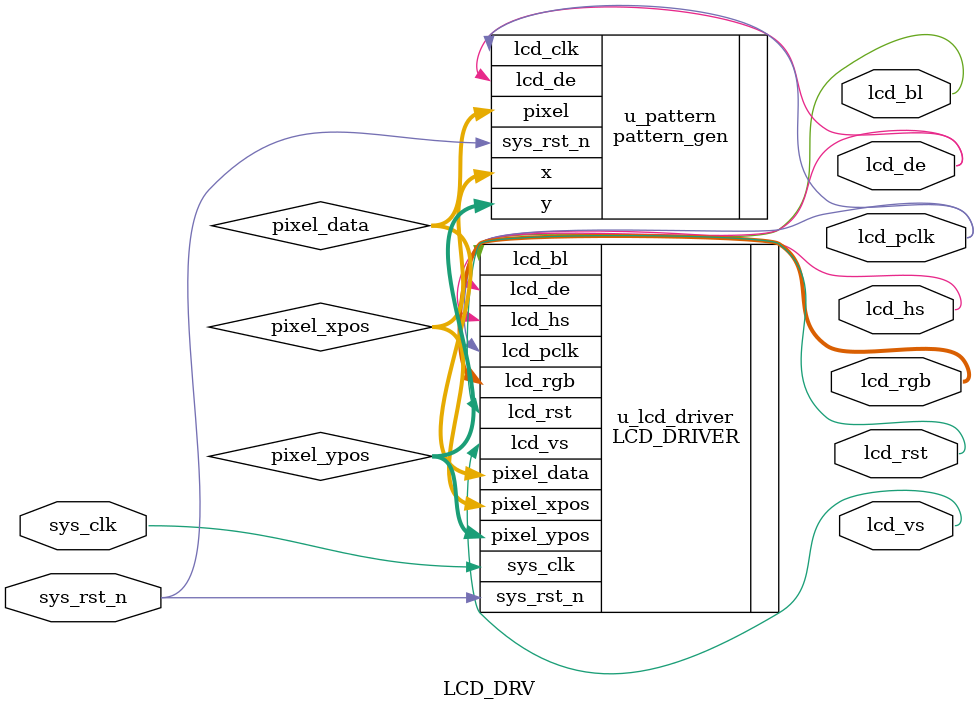
<source format=v>
module LCD_DRV (
    input  wire        sys_clk,   // 50 MHz 板载时钟
    input  wire        sys_rst_n, // 低有效复位

    // 板上 RGB LCD 引脚
    output wire        lcd_hs,
    output wire        lcd_vs,
    output wire        lcd_de,
    output wire [15:0] lcd_rgb,
    output wire        lcd_bl,
    output wire        lcd_rst,
    output wire        lcd_pclk
);

    // 与 LCD_DRIVER 内部交互的信号（仅内部连线，不对外导出）
    wire [10:0] pixel_xpos;
    wire [10:0] pixel_ypos;
    wire [15:0] pixel_data;

    // -------------------------
    // 实例化 LCD_DRIVER
    // （内部含：PLL、HS/VS、h_de/v_de、lcd_de 组合、
    //   空白期输出黑色、背光/复位常高等）
    // -------------------------
    LCD_DRIVER u_lcd_driver (
        .sys_clk    (sys_clk),
        .sys_rst_n  (sys_rst_n),

        .lcd_hs     (lcd_hs),
        .lcd_vs     (lcd_vs),
        .lcd_de     (lcd_de),
        .lcd_rgb    (lcd_rgb),
        .lcd_bl     (lcd_bl),
        .lcd_rst    (lcd_rst),
        .lcd_pclk   (lcd_pclk),

        .pixel_data (pixel_data),   // ← 来自图案发生器
        .pixel_xpos (pixel_xpos),   // → 提供给图案发生器
        .pixel_ypos (pixel_ypos)    // → 提供给图案发生器
    );

    // -------------------------
    // 简单数据发生器（示例：8色竖条）
    // 使用 LCD_DRIVER 提供的 x/y 与 lcd_de 生成像素
    // 你可随时替换为自己的图像模块
    // -------------------------
    pattern_gen u_pattern (
        .lcd_clk   (lcd_pclk),
        .sys_rst_n (sys_rst_n),
        .lcd_de    (lcd_de),
        .x         (pixel_xpos),
        .y         (pixel_ypos),
        .pixel     (pixel_data)
    );

endmodule

</source>
